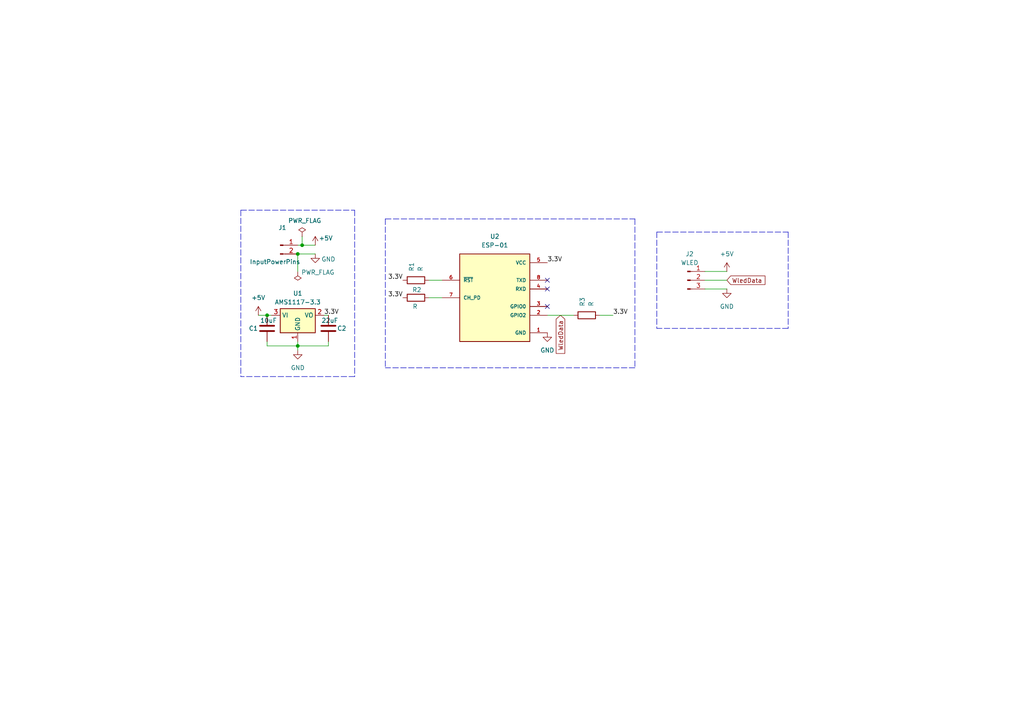
<source format=kicad_sch>
(kicad_sch (version 20250114) (generator "eeschema") (generator_version "9.0")
  (paper "A4")
  (lib_symbols
    (symbol "Connector:Conn_01x02_Pin" (pin_names (offset 1.016) (hide yes))
      (property "Reference" "J" (at 0 2.54 0))
      (property "Value" "Conn_01x02_Pin" (at 0 -5.08 0))
      (symbol "Conn_01x02_Pin_1_1"
        (rectangle (start 0.8636 0.127) (end 0 -0.127) (stroke (width 0.1524)) (fill (type outline)))
        (rectangle (start 0.8636 -2.413) (end 0 -2.667) (stroke (width 0.1524)) (fill (type outline)))
        (polyline (pts (xy 1.27 0) (xy 0.8636 0)) (stroke (width 0.1524)))
        (polyline (pts (xy 1.27 -2.54) (xy 0.8636 -2.54)) (stroke (width 0.1524)))
        (pin passive line (at 5.08 0 180) (length 3.81) (name "Pin_1") (number "1"))
        (pin passive line (at 5.08 -2.54 180) (length 3.81) (name "Pin_2") (number "2"))
      )
    )
    (symbol "Connector:Conn_01x03_Pin" (pin_names (offset 1.016) (hide yes))
      (property "Reference" "J" (at 0 5.08 0))
      (property "Value" "Conn_01x03_Pin" (at 0 -5.08 0))
      (symbol "Conn_01x03_Pin_1_1"
        (rectangle (start 0.8636 2.667) (end 0 2.413) (stroke (width 0.1524)) (fill (type outline)))
        (rectangle (start 0.8636 0.127) (end 0 -0.127) (stroke (width 0.1524)) (fill (type outline)))
        (rectangle (start 0.8636 -2.413) (end 0 -2.667) (stroke (width 0.1524)) (fill (type outline)))
        (polyline (pts (xy 1.27 2.54) (xy 0.8636 2.54)) (stroke (width 0.1524)))
        (polyline (pts (xy 1.27 0) (xy 0.8636 0)) (stroke (width 0.1524)))
        (polyline (pts (xy 1.27 -2.54) (xy 0.8636 -2.54)) (stroke (width 0.1524)))
        (pin passive line (at 5.08 2.54 180) (length 3.81) (name "Pin_1") (number "1"))
        (pin passive line (at 5.08 0 180) (length 3.81) (name "Pin_2") (number "2"))
        (pin passive line (at 5.08 -2.54 180) (length 3.81) (name "Pin_3") (number "3"))
      )
    )
    (symbol "Device:C" (pin_numbers (hide yes)) (pin_names (offset 0.254))
      (property "Reference" "C" (at 0.635 2.54 0))
      (property "Value" "C" (at 0.635 -2.54 0))
      (symbol "C_0_1"
        (polyline (pts (xy -2.032 0.762) (xy 2.032 0.762)) (stroke (width 0.508)))
        (polyline (pts (xy -2.032 -0.762) (xy 2.032 -0.762)) (stroke (width 0.508)))
      )
      (symbol "C_1_1"
        (pin passive line (at 0 3.81 270) (length 2.794) (name "~") (number "1"))
        (pin passive line (at 0 -3.81 90) (length 2.794) (name "~") (number "2"))
      )
    )
    (symbol "Device:R" (pin_numbers (hide yes)) (pin_names (offset 0))
      (property "Reference" "R" (at 2.032 0 90))
      (property "Value" "R" (at 0 0 90))
      (symbol "R_0_1"
        (rectangle (start -1.016 -2.54) (end 1.016 2.54) (stroke (width 0.254)))
      )
      (symbol "R_1_1"
        (pin passive line (at 0 3.81 270) (length 1.27) (name "~") (number "1"))
        (pin passive line (at 0 -3.81 90) (length 1.27) (name "~") (number "2"))
      )
    )
    (symbol "Regulator_Linear:AMS1117-3.3"
      (property "Reference" "U" (at -3.81 3.175 0))
      (property "Value" "AMS1117-3.3" (at 0 3.175 0))
      (symbol "AMS1117-3.3_0_1"
        (rectangle (start -5.08 -5.08) (end 5.08 1.905) (stroke (width 0.254)) (fill (type background)))
      )
      (symbol "AMS1117-3.3_1_1"
        (pin power_in line (at -7.62 0 0) (length 2.54) (name "VI") (number "3"))
        (pin power_in line (at 0 -7.62 90) (length 2.54) (name "GND") (number "1"))
        (pin power_out line (at 7.62 0 180) (length 2.54) (name "VO") (number "2"))
      )
    )
    (symbol "esp01:ESP-01" (pin_names (offset 1.016))
      (property "Reference" "U" (at -10.16 13.208 0))
      (property "Value" "ESP-01" (at -10.16 -12.7 0))
      (symbol "ESP-01_0_0"
        (rectangle (start -10.16 -12.7) (end 10.16 12.7) (stroke (width 0.254)) (fill (type background)))
        (pin input line (at -15.24 5.08 0) (length 5.08) (name "~{RST}") (number "6"))
        (pin input line (at -15.24 0 0) (length 5.08) (name "CH_PD") (number "7"))
        (pin power_in line (at 15.24 10.16 180) (length 5.08) (name "VCC") (number "5"))
        (pin output line (at 15.24 5.08 180) (length 5.08) (name "TXD") (number "8"))
        (pin input line (at 15.24 2.54 180) (length 5.08) (name "RXD") (number "4"))
        (pin bidirectional line (at 15.24 -2.54 180) (length 5.08) (name "GPIO0") (number "3"))
        (pin bidirectional line (at 15.24 -5.08 180) (length 5.08) (name "GPIO2") (number "2"))
        (pin power_in line (at 15.24 -10.16 180) (length 5.08) (name "GND") (number "1"))
      )
    )
    (symbol "power:+5V" (power) (pin_numbers (hide yes)) (pin_names (offset 0) (hide yes))
      (property "Value" "+5V" (at 0 3.556 0))
      (symbol "+5V_0_1"
        (polyline (pts (xy -0.762 1.27) (xy 0 2.54)))
        (polyline (pts (xy 0 2.54) (xy 0.762 1.27)))
        (polyline (pts (xy 0 0) (xy 0 2.54)))
      )
      (symbol "+5V_1_1"
        (pin power_in line (at 0 0 90) (length 0) (name "~") (number "1"))
      )
    )
    (symbol "power:GND" (power) (pin_numbers (hide yes)) (pin_names (offset 0) (hide yes))
      (property "Value" "GND" (at 0 -3.81 0))
      (symbol "GND_0_1"
        (polyline (pts (xy 0 0) (xy 0 -1.27) (xy 1.27 -1.27) (xy 0 -2.54) (xy -1.27 -1.27) (xy 0 -1.27)))
      )
      (symbol "GND_1_1"
        (pin power_in line (at 0 0 270) (length 0) (name "~") (number "1"))
      )
    )
    (symbol "power:PWR_FLAG" (power) (pin_numbers (hide yes)) (pin_names (offset 0) (hide yes))
      (property "Value" "PWR_FLAG" (at 0 3.81 0))
      (symbol "PWR_FLAG_0_0"
        (pin power_out line (at 0 0 90) (length 0) (name "~") (number "1"))
      )
      (symbol "PWR_FLAG_0_1"
        (polyline (pts (xy 0 0) (xy 0 1.27) (xy -1.016 1.905) (xy 0 2.54) (xy 1.016 1.905) (xy 0 1.27)))
      )
    )
  )
  (junction (at 77.47 91.44))
  (junction (at 87.63 71.12))
  (junction (at 86.36 100.33))
  (junction (at 86.36 73.66))
  (no_connect (at 158.75 83.82))
  (no_connect (at 158.75 81.28))
  (no_connect (at 158.75 88.9))
  (wire (pts (xy 87.63 68.58) (xy 87.63 71.12)))
  (polyline (pts (xy 228.6 95.25) (xy 190.5 95.25)) (stroke (width 0) (type dash)))
  (wire (pts (xy 86.36 71.12) (xy 87.63 71.12)))
  (polyline (pts (xy 69.85 60.96) (xy 102.87 60.96)) (stroke (width 0) (type dash)))
  (polyline (pts (xy 69.85 60.96) (xy 69.85 109.22)) (stroke (width 0) (type dash)))
  (polyline (pts (xy 190.5 67.31) (xy 190.5 95.25)) (stroke (width 0) (type dash)))
  (polyline (pts (xy 184.15 63.5) (xy 184.15 106.68)) (stroke (width 0) (type dash)))
  (wire (pts (xy 86.36 73.66) (xy 91.44 73.66)))
  (wire (pts (xy 86.36 100.33) (xy 95.25 100.33)))
  (polyline (pts (xy 111.76 63.5) (xy 184.15 63.5)) (stroke (width 0) (type dash)))
  (wire (pts (xy 204.47 83.82) (xy 210.82 83.82)))
  (wire (pts (xy 204.47 81.28) (xy 210.82 81.28)))
  (wire (pts (xy 86.36 99.06) (xy 86.36 100.33)))
  (polyline (pts (xy 111.76 63.5) (xy 111.76 106.68)) (stroke (width 0) (type dash)))
  (wire (pts (xy 74.93 91.44) (xy 77.47 91.44)))
  (wire (pts (xy 95.25 99.06) (xy 95.25 100.33)))
  (wire (pts (xy 173.99 91.44) (xy 177.8 91.44)))
  (polyline (pts (xy 184.15 106.68) (xy 111.76 106.68)) (stroke (width 0) (type dash)))
  (wire (pts (xy 124.46 81.28) (xy 128.27 81.28)))
  (wire (pts (xy 204.47 78.74) (xy 210.82 78.74)))
  (polyline (pts (xy 102.87 109.22) (xy 69.85 109.22)) (stroke (width 0) (type dash)))
  (polyline (pts (xy 190.5 67.31) (xy 228.6 67.31)) (stroke (width 0) (type dash)))
  (wire (pts (xy 77.47 91.44) (xy 78.74 91.44)))
  (wire (pts (xy 158.75 91.44) (xy 166.37 91.44)))
  (wire (pts (xy 77.47 99.06) (xy 77.47 100.33)))
  (wire (pts (xy 95.25 91.44) (xy 93.98 91.44)))
  (wire (pts (xy 77.47 100.33) (xy 86.36 100.33)))
  (wire (pts (xy 86.36 100.33) (xy 86.36 101.6)))
  (wire (pts (xy 124.46 86.36) (xy 128.27 86.36)))
  (polyline (pts (xy 102.87 60.96) (xy 102.87 109.22)) (stroke (width 0) (type dash)))
  (wire (pts (xy 87.63 71.12) (xy 91.44 71.12)))
  (wire (pts (xy 86.36 78.74) (xy 86.36 73.66)))
  (polyline (pts (xy 228.6 67.31) (xy 228.6 95.25)) (stroke (width 0) (type dash)))
  (label "3.3V" (at 116.84 86.36 180))
  (label "3.3V" (at 177.8 91.44 0))
  (label "3.3V" (at 116.84 81.28 180))
  (label "3.3V" (at 93.98 91.44 0))
  (label "3.3V" (at 158.75 76.2 0))
  (global_label "WledData" (shape input) (at 162.56 91.44 270) (property "Intersheetrefs" "${INTERSHEET_REFS}" (effects (hide yes))))
  (global_label "WledData" (shape input) (at 210.82 81.28 0) (property "Intersheetrefs" "${INTERSHEET_REFS}" (effects (hide yes))))
  (symbol (lib_id "power:GND") (at 158.75 96.52 0) (unit 1)
    (property "Reference" "#PWR05" (effects (hide yes)))
    (property "Value" "GND" (at 158.75 101.6 0))
    (property "Description" "Power symbol creates a global label with name \"GND\" , ground" (effects (hide yes)))
  )
  (symbol (lib_id "Device:R") (at 120.65 81.28 90) (unit 1)
    (property "Reference" "R1" (at 119.3799 78.74 0) (effects (justify left)))
    (property "Value" "R" (at 121.9199 78.74 0) (effects (justify left)))
    (property "Footprint" "Resistor_SMD:R_0805_2012Metric_Pad1.20x1.40mm_HandSolder" (effects (hide yes)))
    (property "Description" "Resistor" (effects (hide yes)))
  )
  (symbol (lib_id "Connector:Conn_01x02_Pin") (at 81.28 71.12 0) (unit 1)
    (property "Reference" "J1" (at 81.915 66.04 0))
    (property "Value" "InputPowerPins" (at 79.756 75.946 0))
    (property "Footprint" "Connector_PinHeader_2.54mm:PinHeader_1x02_P2.54mm_Vertical" (effects (hide yes)))
    (property "Description" "Generic connector, single row, 01x02, script generated" (effects (hide yes)))
  )
  (symbol (lib_id "Device:R") (at 170.18 91.44 90) (unit 1)
    (property "Reference" "R3" (at 168.9099 88.9 0) (effects (justify left)))
    (property "Value" "R" (at 171.4499 88.9 0) (effects (justify left)))
    (property "Footprint" "Resistor_SMD:R_0805_2012Metric_Pad1.20x1.40mm_HandSolder" (effects (hide yes)))
    (property "Description" "Resistor" (effects (hide yes)))
  )
  (symbol (lib_id "Device:R") (at 120.65 86.36 90) (unit 1)
    (property "Reference" "R2" (at 120.904 84.074 90))
    (property "Value" "R" (at 120.396 88.9 90))
    (property "Footprint" "Resistor_SMD:R_0805_2012Metric_Pad1.20x1.40mm_HandSolder" (effects (hide yes)))
    (property "Description" "Resistor" (effects (hide yes)))
  )
  (symbol (lib_id "power:GND") (at 210.82 83.82 0) (unit 1)
    (property "Reference" "#PWR07" (effects (hide yes)))
    (property "Value" "GND" (at 210.82 88.9 0))
    (property "Description" "Power symbol creates a global label with name \"GND\" , ground" (effects (hide yes)))
  )
  (symbol (lib_id "power:PWR_FLAG") (at 87.63 68.58 0) (unit 1)
    (property "Reference" "#FLG01" (effects (hide yes)))
    (property "Value" "PWR_FLAG" (at 83.566 64.008 0) (effects (justify left)))
    (property "Description" "Special symbol for telling ERC where power comes from" (effects (hide yes)))
  )
  (symbol (lib_id "power:GND") (at 86.36 101.6 0) (unit 1)
    (property "Reference" "#PWR04" (effects (hide yes)))
    (property "Value" "GND" (at 86.36 106.68 0))
    (property "Description" "Power symbol creates a global label with name \"GND\" , ground" (effects (hide yes)))
  )
  (symbol (lib_id "power:GND") (at 91.44 73.66 0) (unit 1)
    (property "Reference" "#PWR02" (effects (hide yes)))
    (property "Value" "GND" (at 95.25 75.184 0))
    (property "Description" "Power symbol creates a global label with name \"GND\" , ground" (effects (hide yes)))
  )
  (symbol (lib_id "Regulator_Linear:AMS1117-3.3") (at 86.36 91.44 0) (unit 1)
    (property "Reference" "U1" (at 86.36 85.09 0))
    (property "Value" "AMS1117-3.3" (at 86.36 87.63 0))
    (property "Footprint" "Package_TO_SOT_SMD:SOT-223-3_TabPin2" (effects (hide yes)))
    (property "Datasheet" "http://www.advanced-monolithic.com/pdf/ds1117.pdf" (effects (hide yes)))
    (property "Description" "1A Low Dropout regulator, positive, 3.3V fixed output, SOT-223" (effects (hide yes)))
  )
  (symbol (lib_id "power:+5V") (at 91.44 71.12 0) (unit 1)
    (property "Reference" "#PWR01" (effects (hide yes)))
    (property "Value" "+5V" (at 94.488 69.088 0))
    (property "Description" "Power symbol creates a global label with name \"+5V\"" (effects (hide yes)))
  )
  (symbol (lib_id "power:+5V") (at 74.93 91.44 0) (unit 1)
    (property "Reference" "#PWR03" (effects (hide yes)))
    (property "Value" "+5V" (at 74.93 86.36 0))
    (property "Description" "Power symbol creates a global label with name \"+5V\"" (effects (hide yes)))
  )
  (symbol (lib_id "Connector:Conn_01x03_Pin") (at 199.39 81.28 0) (unit 1)
    (property "Reference" "J2" (at 200.025 73.66 0))
    (property "Value" "WLED" (at 200.025 76.2 0))
    (property "Footprint" "Connector_PinHeader_2.54mm:PinHeader_1x03_P2.54mm_Vertical" (effects (hide yes)))
    (property "Description" "Generic connector, single row, 01x03, script generated" (effects (hide yes)))
  )
  (symbol (lib_id "esp01:ESP-01") (at 143.51 86.36 0) (unit 1)
    (property "Reference" "U2" (at 143.51 68.58 0))
    (property "Value" "ESP-01" (at 143.51 71.12 0))
    (property "Footprint" "esp01:MODULE_ESP-01" (effects (hide yes)))
    (property "MF" "AI-Thinker" (effects (hide yes)))
    (property "MAXIMUM_PACKAGE_HEIGHT" "6.5mm" (effects (hide yes)))
    (property "Package" "Non-Standard AI-Thinker" (effects (hide yes)))
    (property "Price" "None" (effects (hide yes)))
    (property "Check_prices" "https://www.snapeda.com/parts/ESP-01/AI-Thinker/view-part/?ref=eda" (effects (hide yes)))
    (property "STANDARD" "Manufacturer Recommendations" (effects (hide yes)))
    (property "PARTREV" "1.0" (effects (hide yes)))
    (property "SnapEDA_Link" "https://www.snapeda.com/parts/ESP-01/AI-Thinker/view-part/?ref=snap" (effects (hide yes)))
    (property "MP" "ESP-01" (effects (hide yes)))
    (property "Description_1" "ESP-01M ESP8266 DIP Adapter series Transceiver; 802.11 b/g/n (Wi-Fi, WiFi, WLAN) Evaluation Board" (effects (hide yes)))
    (property "Availability" "Not in stock" (effects (hide yes)))
    (property "MANUFACTURER" "AI-Thinker" (effects (hide yes)))
  )
  (symbol (lib_id "Device:C") (at 95.25 95.25 0) (unit 1)
    (property "Reference" "C2" (at 97.79 95.25 0) (effects (justify left)))
    (property "Value" "22uF" (at 93.218 92.964 0) (effects (justify left)))
    (property "Footprint" "Capacitor_THT:C_Rect_L4.0mm_W2.5mm_P2.50mm" (effects (hide yes)))
    (property "Description" "Unpolarized capacitor" (effects (hide yes)))
  )
  (symbol (lib_id "power:PWR_FLAG") (at 86.36 78.74 180) (unit 1)
    (property "Reference" "#FLG02" (effects (hide yes)))
    (property "Value" "PWR_FLAG" (at 97.028 78.994 0) (effects (justify left)))
    (property "Description" "Special symbol for telling ERC where power comes from" (effects (hide yes)))
  )
  (symbol (lib_id "Device:C") (at 77.47 95.25 0) (unit 1)
    (property "Reference" "C1" (at 72.136 95.25 0) (effects (justify left)))
    (property "Value" "10uF" (at 75.438 92.964 0) (effects (justify left)))
    (property "Footprint" "Capacitor_THT:C_Rect_L4.0mm_W2.5mm_P2.50mm" (effects (hide yes)))
    (property "Description" "Unpolarized capacitor" (effects (hide yes)))
  )
  (symbol (lib_id "power:+5V") (at 210.82 78.74 0) (unit 1)
    (property "Reference" "#PWR06" (effects (hide yes)))
    (property "Value" "+5V" (at 210.82 73.66 0))
    (property "Description" "Power symbol creates a global label with name \"+5V\"" (effects (hide yes)))
  )
)
</source>
